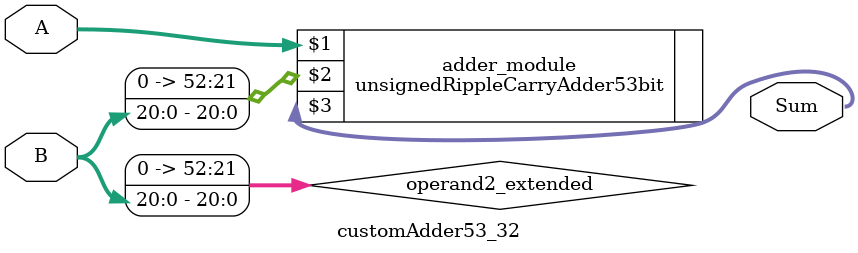
<source format=v>
module customAdder53_32(
                        input [52 : 0] A,
                        input [20 : 0] B,
                        
                        output [53 : 0] Sum
                );

        wire [52 : 0] operand2_extended;
        
        assign operand2_extended =  {32'b0, B};
        
        unsignedRippleCarryAdder53bit adder_module(
            A,
            operand2_extended,
            Sum
        );
        
        endmodule
        
</source>
